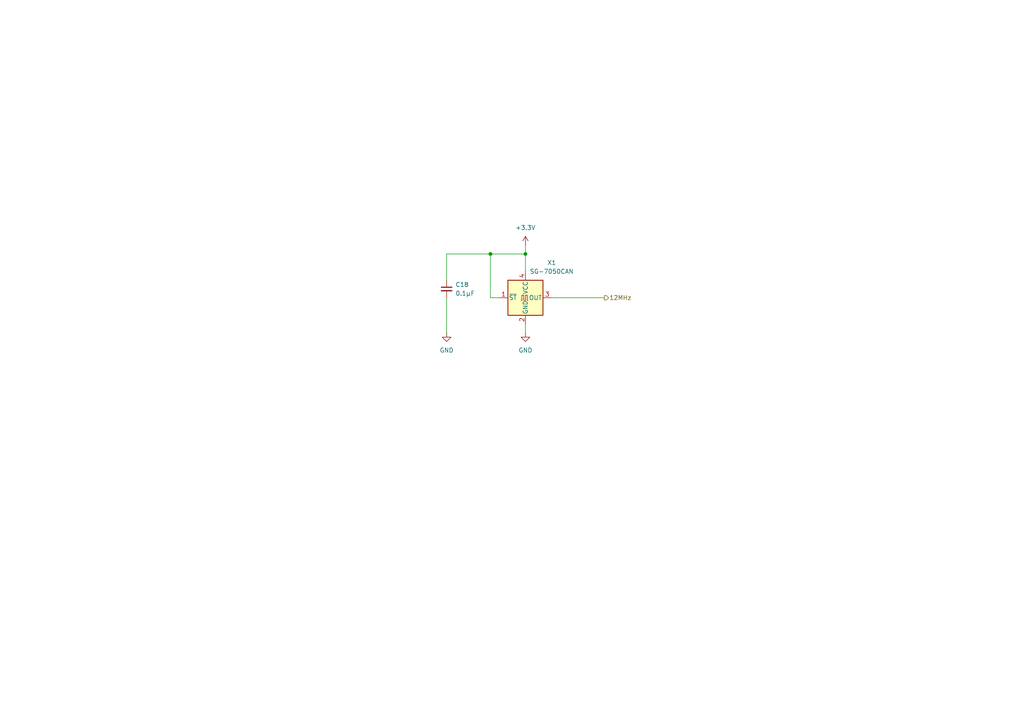
<source format=kicad_sch>
(kicad_sch (version 20230121) (generator eeschema)
  (paper "A4")
  (lib_symbols
    (symbol "Device:C_Small" (pin_numbers hide) (pin_names (offset 0.254) hide)
      (property "Reference" "C" (at 0.254 1.778 0))
      (property "Value" "C_Small" (at 0.254 -2.032 0))
      (symbol "C_Small_0_1"
        (polyline (pts (xy -1.524 -0.508) (xy 1.524 -0.508)) (stroke (width 0.3302)))
        (polyline (pts (xy -1.524 0.508) (xy 1.524 0.508)) (stroke (width 0.3048)))
      )
      (symbol "C_Small_1_1"
        (pin passive line (at 0 2.54 270) (length 2.032) (name "~") (number "1"))
        (pin passive line (at 0 -2.54 90) (length 2.032) (name "~") (number "2"))
      )
    )
    (symbol "Oscillator:SG-7050CAN" (pin_names (offset 0.254))
      (property "Reference" "X" (at -5.08 6.35 0))
      (property "Value" "SG-7050CAN" (at 1.27 -6.35 0))
      (symbol "SG-7050CAN_0_1"
        (rectangle (start -5.08 5.08) (end 5.08 -5.08) (stroke (width 0.254)) (fill (type background)))
        (polyline (pts (xy -1.27 -0.762) (xy -1.016 -0.762) (xy -1.016 0.762) (xy -0.508 0.762) (xy -0.508 -0.762) (xy 0 -0.762) (xy 0 0.762) (xy 0.508 0.762) (xy 0.508 -0.762) (xy 0.762 -0.762)))
      )
      (symbol "SG-7050CAN_1_1"
        (pin input line (at -7.62 0 0) (length 2.54) (name "~{ST}") (number "1"))
        (pin power_in line (at 0 -7.62 90) (length 2.54) (name "GND") (number "2"))
        (pin output line (at 7.62 0 180) (length 2.54) (name "OUT") (number "3"))
        (pin power_in line (at 0 7.62 270) (length 2.54) (name "VCC") (number "4"))
      )
    )
    (symbol "power:+3.3V" (power) (pin_names (offset 0))
      (property "Value" "+3.3V" (at 0 3.556 0))
      (symbol "+3.3V_0_1"
        (polyline (pts (xy -0.762 1.27) (xy 0 2.54)))
        (polyline (pts (xy 0 0) (xy 0 2.54)))
        (polyline (pts (xy 0 2.54) (xy 0.762 1.27)))
      )
      (symbol "+3.3V_1_1"
        (pin power_in line (at 0 0 90) (length 0) hide (name "+3.3V") (number "1"))
      )
    )
    (symbol "power:GND" (power) (pin_names (offset 0))
      (property "Value" "GND" (at 0 -3.81 0))
      (symbol "GND_0_1"
        (polyline (pts (xy 0 0) (xy 0 -1.27) (xy 1.27 -1.27) (xy 0 -2.54) (xy -1.27 -1.27) (xy 0 -1.27)))
      )
      (symbol "GND_1_1"
        (pin power_in line (at 0 0 270) (length 0) hide (name "GND") (number "1"))
      )
    )
  )
  (junction (at 142.24 73.66))
  (junction (at 152.4 73.66))
  (wire (pts (xy 142.24 73.66) (xy 142.24 86.36)))
  (wire (pts (xy 152.4 93.98) (xy 152.4 96.52)))
  (wire (pts (xy 160.02 86.36) (xy 175.26 86.36)))
  (wire (pts (xy 142.24 73.66) (xy 152.4 73.66)))
  (wire (pts (xy 129.54 86.36) (xy 129.54 96.52)))
  (wire (pts (xy 152.4 73.66) (xy 152.4 78.74)))
  (wire (pts (xy 152.4 71.12) (xy 152.4 73.66)))
  (wire (pts (xy 129.54 81.28) (xy 129.54 73.66)))
  (wire (pts (xy 129.54 73.66) (xy 142.24 73.66)))
  (wire (pts (xy 144.78 86.36) (xy 142.24 86.36)))
  (hierarchical_label "12MHz" (shape output) (at 175.26 86.36 0))
  (symbol (lib_id "Oscillator:SG-7050CAN") (at 152.4 86.36 0) (unit 1)
    (property "Reference" "X1" (at 160.02 76.2 0))
    (property "Value" "SG-7050CAN" (at 160.02 78.74 0))
    (property "Footprint" "Oscillator:Oscillator_SMD_SeikoEpson_SG8002CA-4Pin_7.0x5.0mm" (effects hide))
    (property "Datasheet" "https://support.epson.biz/td/api/doc_check.php?dl=brief_SG7050CAN&lang=en" (effects hide))
  )
  (symbol (lib_id "power:GND") (at 152.4 96.52 0) (unit 1)
    (property "Reference" "#PWR035" (effects hide))
    (property "Value" "GND" (at 152.4 101.6 0))
  )
  (symbol (lib_id "Device:C_Small") (at 129.54 83.82 0) (unit 1)
    (property "Reference" "C18" (at 132.08 82.5563 0) (effects (justify left)))
    (property "Value" "0.1µF" (at 132.08 85.0963 0) (effects (justify left)))
    (property "Footprint" "Capacitor_SMD:C_0603_1608Metric" (effects hide))
  )
  (symbol (lib_id "power:+3.3V") (at 152.4 71.12 0) (unit 1)
    (property "Reference" "#PWR036" (effects hide))
    (property "Value" "+3.3V" (at 152.4 66.04 0))
  )
  (symbol (lib_id "power:GND") (at 129.54 96.52 0) (unit 1)
    (property "Reference" "#PWR037" (effects hide))
    (property "Value" "GND" (at 129.54 101.6 0))
  )
)
</source>
